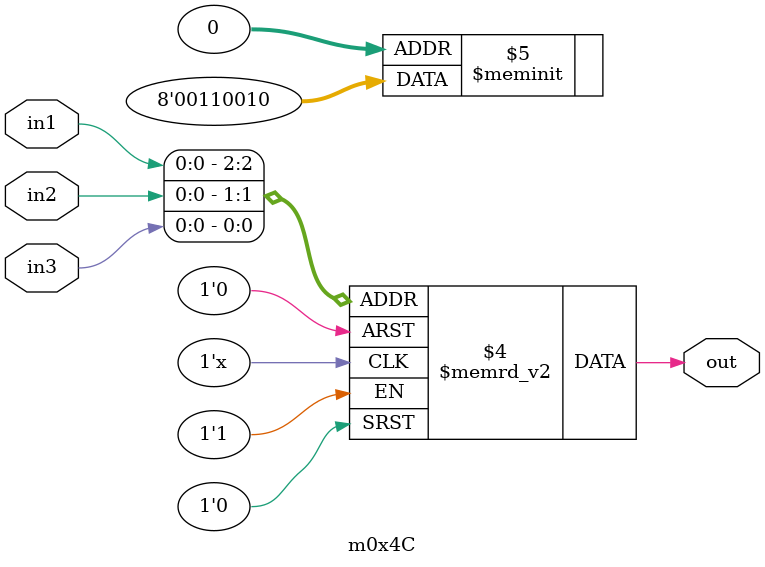
<source format=v>
module m0x4C(output out, input in1, in2, in3);

   always @(in1, in2, in3)
     begin
        case({in1, in2, in3})
          3'b000: {out} = 1'b0;
          3'b001: {out} = 1'b1;
          3'b010: {out} = 1'b0;
          3'b011: {out} = 1'b0;
          3'b100: {out} = 1'b1;
          3'b101: {out} = 1'b1;
          3'b110: {out} = 1'b0;
          3'b111: {out} = 1'b0;
        endcase // case ({in1, in2, in3})
     end // always @ (in1, in2, in3)

endmodule // m0x4C
</source>
